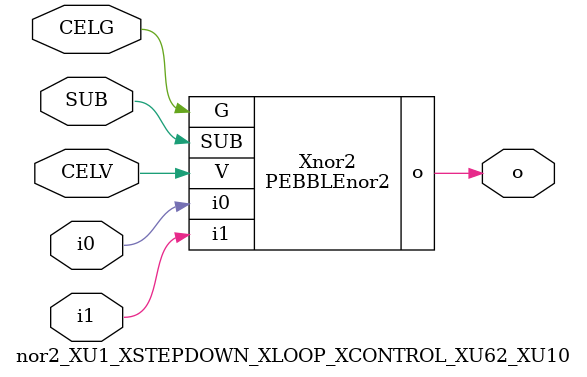
<source format=v>



module PEBBLEnor2 ( o, G, SUB, V, i0, i1 );

  input i0;
  input V;
  input i1;
  input G;
  output o;
  input SUB;
endmodule

//Celera Confidential Do Not Copy nor2_XU1_XSTEPDOWN_XLOOP_XCONTROL_XU62_XU10
//Celera Confidential Symbol Generator
//nor2
module nor2_XU1_XSTEPDOWN_XLOOP_XCONTROL_XU62_XU10 (CELV,CELG,i0,i1,o,SUB);
input CELV;
input CELG;
input i0;
input i1;
input SUB;
output o;

//Celera Confidential Do Not Copy nor2
PEBBLEnor2 Xnor2(
.V (CELV),
.i0 (i0),
.i1 (i1),
.o (o),
.SUB (SUB),
.G (CELG)
);
//,diesize,PEBBLEnor2

//Celera Confidential Do Not Copy Module End
//Celera Schematic Generator
endmodule

</source>
